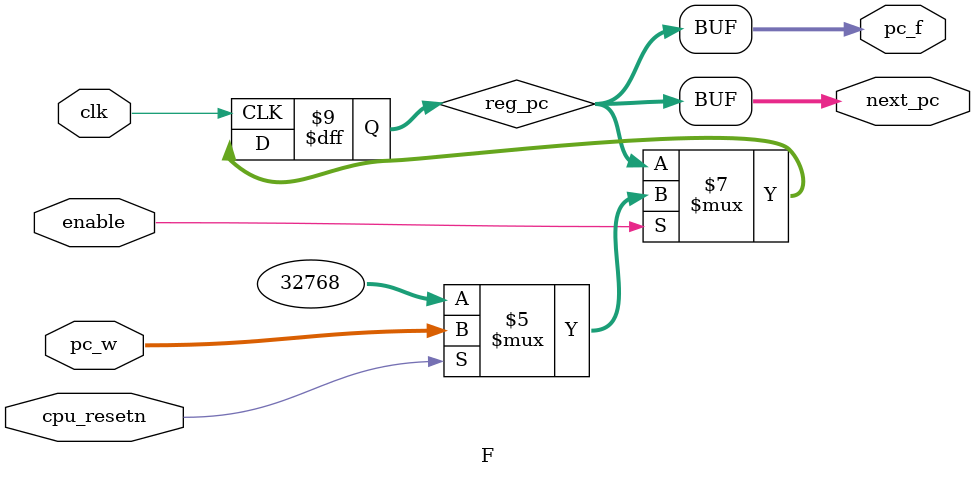
<source format=v>
`timescale 1ns / 1ps
`include "define.vh"


// Fetch
module F(input wire clk, input wire enable, input wire cpu_resetn, input wire[31:0] pc_w, output wire [31:0] pc_f, output wire [31:0] next_pc);
    reg [31:0] reg_pc;
    initial reg_pc = 32'h8000; // 8000
    always @(posedge clk) begin
        if (enable) begin
            if (!cpu_resetn) reg_pc <= 32'h8000; // 8000
            else reg_pc <= pc_w;
            // $display("Fetch");
            // $display(reg_pc);
        end
    end
    assign pc_f = reg_pc;
    assign next_pc = reg_pc;
endmodule
</source>
